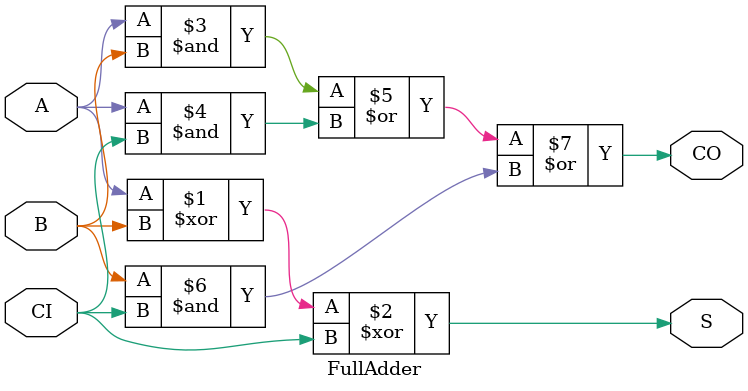
<source format=sv>
module FullAdder(S, CO, A, B, CI);
    input wire A, B, CI;
    output logic S, CO;

    assign #1 S = A ^ B ^ CI;
    assign #1 CO = A & B | A & CI | B & CI;
    
endmodule
</source>
